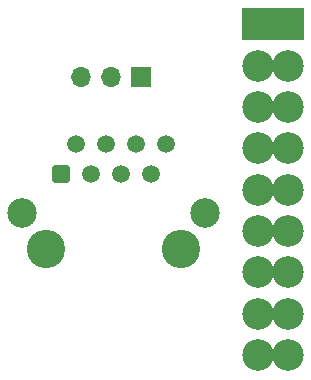
<source format=gbr>
%TF.GenerationSoftware,KiCad,Pcbnew,7.0.5-0*%
%TF.CreationDate,2024-07-25T14:15:13+02:00*%
%TF.ProjectId,rj45-stepper-adapter,726a3435-2d73-4746-9570-7065722d6164,rev?*%
%TF.SameCoordinates,Original*%
%TF.FileFunction,Soldermask,Top*%
%TF.FilePolarity,Negative*%
%FSLAX46Y46*%
G04 Gerber Fmt 4.6, Leading zero omitted, Abs format (unit mm)*
G04 Created by KiCad (PCBNEW 7.0.5-0) date 2024-07-25 14:15:13*
%MOMM*%
%LPD*%
G01*
G04 APERTURE LIST*
G04 Aperture macros list*
%AMRoundRect*
0 Rectangle with rounded corners*
0 $1 Rounding radius*
0 $2 $3 $4 $5 $6 $7 $8 $9 X,Y pos of 4 corners*
0 Add a 4 corners polygon primitive as box body*
4,1,4,$2,$3,$4,$5,$6,$7,$8,$9,$2,$3,0*
0 Add four circle primitives for the rounded corners*
1,1,$1+$1,$2,$3*
1,1,$1+$1,$4,$5*
1,1,$1+$1,$6,$7*
1,1,$1+$1,$8,$9*
0 Add four rect primitives between the rounded corners*
20,1,$1+$1,$2,$3,$4,$5,0*
20,1,$1+$1,$4,$5,$6,$7,0*
20,1,$1+$1,$6,$7,$8,$9,0*
20,1,$1+$1,$8,$9,$2,$3,0*%
G04 Aperture macros list end*
%ADD10R,2.670000X2.670000*%
%ADD11C,2.670000*%
%ADD12O,1.700000X1.700000*%
%ADD13R,1.700000X1.700000*%
%ADD14C,2.500000*%
%ADD15C,1.500000*%
%ADD16RoundRect,0.250500X-0.499500X-0.499500X0.499500X-0.499500X0.499500X0.499500X-0.499500X0.499500X0*%
%ADD17C,3.250000*%
G04 APERTURE END LIST*
D10*
%TO.C,J1*%
X165354000Y-94092000D03*
X162814000Y-94092000D03*
D11*
X165354000Y-97592000D03*
X162814000Y-97592000D03*
X165354000Y-101092000D03*
X162814000Y-101092000D03*
X165354000Y-104592000D03*
X162814000Y-104592000D03*
X165354000Y-108092000D03*
X162814000Y-108092000D03*
X165354000Y-111592000D03*
X162814000Y-111592000D03*
X165354000Y-115092000D03*
X162814000Y-115092000D03*
X165354000Y-118592000D03*
X162814000Y-118592000D03*
X165354000Y-122092000D03*
X162814000Y-122092000D03*
%TD*%
D12*
%TO.C,J2*%
X147828000Y-98552000D03*
X150368000Y-98552000D03*
D13*
X152908000Y-98552000D03*
%TD*%
D14*
%TO.C,J3*%
X158367000Y-110021500D03*
X142877000Y-110021500D03*
D15*
X155062000Y-104171500D03*
X153802000Y-106711500D03*
X152522000Y-104171500D03*
X151262000Y-106711500D03*
X149982000Y-104171500D03*
X148722000Y-106711500D03*
X147442000Y-104171500D03*
D16*
X146182000Y-106711500D03*
D17*
X156337000Y-113071500D03*
X144907000Y-113071500D03*
%TD*%
M02*

</source>
